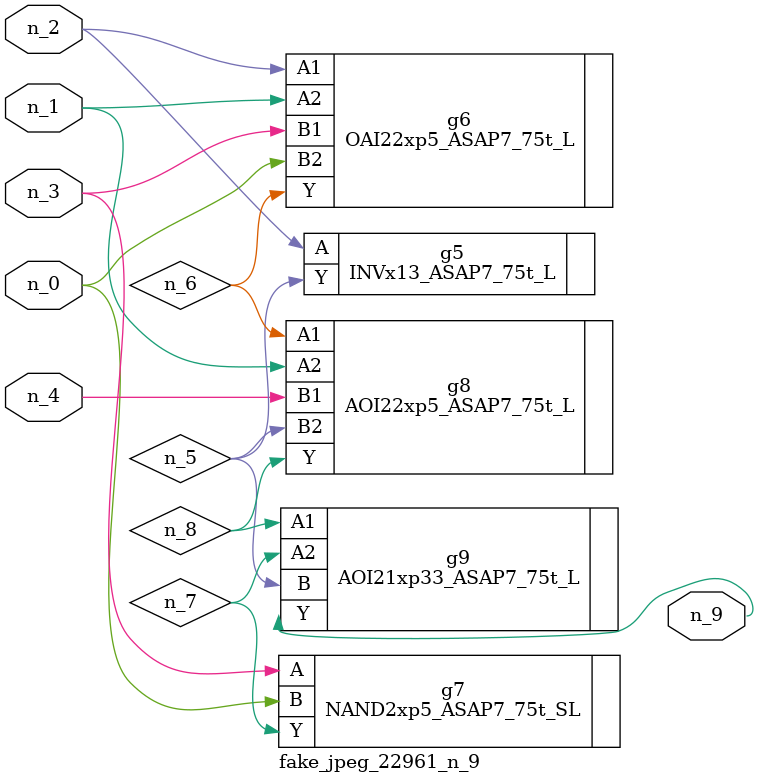
<source format=v>
module fake_jpeg_22961_n_9 (n_3, n_2, n_1, n_0, n_4, n_9);

input n_3;
input n_2;
input n_1;
input n_0;
input n_4;

output n_9;

wire n_8;
wire n_6;
wire n_5;
wire n_7;

INVx13_ASAP7_75t_L g5 ( 
.A(n_2),
.Y(n_5)
);

OAI22xp5_ASAP7_75t_L g6 ( 
.A1(n_2),
.A2(n_1),
.B1(n_3),
.B2(n_0),
.Y(n_6)
);

NAND2xp5_ASAP7_75t_SL g7 ( 
.A(n_3),
.B(n_0),
.Y(n_7)
);

AOI22xp5_ASAP7_75t_L g8 ( 
.A1(n_6),
.A2(n_1),
.B1(n_4),
.B2(n_5),
.Y(n_8)
);

AOI21xp33_ASAP7_75t_L g9 ( 
.A1(n_8),
.A2(n_7),
.B(n_5),
.Y(n_9)
);


endmodule
</source>
